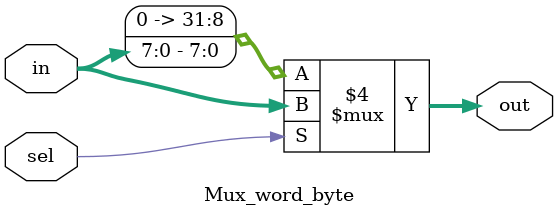
<source format=v>
`timescale 1ns / 1ps


module Mux_word_byte( //if sel = 0 out = ZeroFill(31 downto 8) & in (7 downto 0)
                       // else out = in
	input wire [31:0] in,
	 input wire sel,
	 output reg [31:0] out
    );

    always @(*) begin
	 if (sel==1'b0) begin
	     out = {24'b000000000000000000000000, in[7:0]};
	 end
	 else begin
	     out = in;
	 end
	 
	 end

endmodule

</source>
